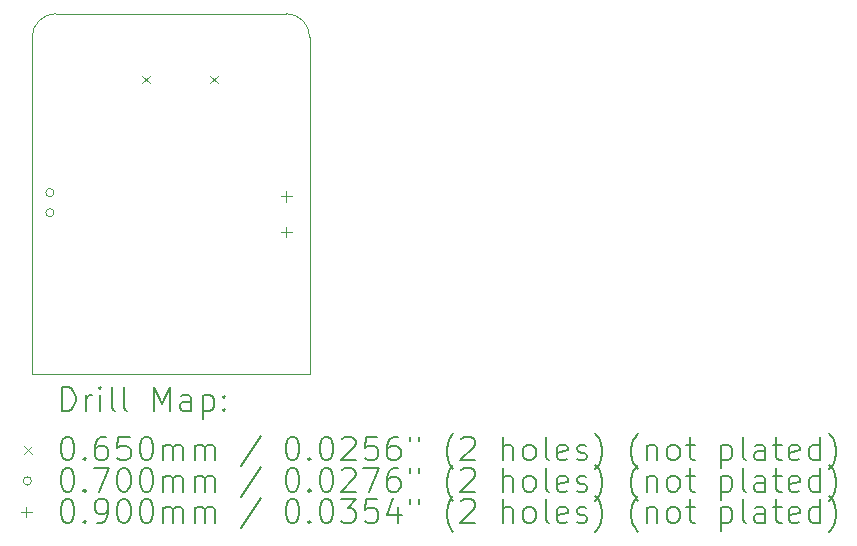
<source format=gbr>
%TF.GenerationSoftware,KiCad,Pcbnew,6.0.7+dfsg-1~bpo11+1*%
%TF.ProjectId,project,70726f6a-6563-4742-9e6b-696361645f70,rev?*%
%TF.SameCoordinates,Original*%
%TF.FileFunction,Drillmap*%
%TF.FilePolarity,Positive*%
%FSLAX45Y45*%
G04 Gerber Fmt 4.5, Leading zero omitted, Abs format (unit mm)*
%MOMM*%
%LPD*%
G01*
G04 APERTURE LIST*
%ADD10C,0.100000*%
%ADD11C,0.200000*%
%ADD12C,0.065000*%
%ADD13C,0.070000*%
%ADD14C,0.090000*%
G04 APERTURE END LIST*
D10*
X12225000Y-12647500D02*
X10115000Y-12647500D01*
X12350000Y-9800000D02*
X12350000Y-12647500D01*
X10000000Y-9800000D02*
X10000000Y-12647500D01*
X12350000Y-9800000D02*
G75*
G03*
X12150000Y-9600000I-200000J0D01*
G01*
X12225000Y-12647500D02*
X12350000Y-12647500D01*
X10200000Y-9600000D02*
X12150000Y-9600000D01*
X10115000Y-12647500D02*
X10000000Y-12647500D01*
X10200000Y-9600000D02*
G75*
G03*
X10000000Y-9800000I0J-200000D01*
G01*
D11*
D12*
X10928500Y-10125000D02*
X10993500Y-10190000D01*
X10993500Y-10125000D02*
X10928500Y-10190000D01*
X11506500Y-10125000D02*
X11571500Y-10190000D01*
X11571500Y-10125000D02*
X11506500Y-10190000D01*
D13*
X10185000Y-11115000D02*
G75*
G03*
X10185000Y-11115000I-35000J0D01*
G01*
X10185000Y-11285000D02*
G75*
G03*
X10185000Y-11285000I-35000J0D01*
G01*
D14*
X12153000Y-11102500D02*
X12153000Y-11192500D01*
X12108000Y-11147500D02*
X12198000Y-11147500D01*
X12153000Y-11402500D02*
X12153000Y-11492500D01*
X12108000Y-11447500D02*
X12198000Y-11447500D01*
D11*
X10252619Y-12962976D02*
X10252619Y-12762976D01*
X10300238Y-12762976D01*
X10328810Y-12772500D01*
X10347857Y-12791548D01*
X10357381Y-12810595D01*
X10366905Y-12848690D01*
X10366905Y-12877262D01*
X10357381Y-12915357D01*
X10347857Y-12934405D01*
X10328810Y-12953452D01*
X10300238Y-12962976D01*
X10252619Y-12962976D01*
X10452619Y-12962976D02*
X10452619Y-12829643D01*
X10452619Y-12867738D02*
X10462143Y-12848690D01*
X10471667Y-12839167D01*
X10490714Y-12829643D01*
X10509762Y-12829643D01*
X10576429Y-12962976D02*
X10576429Y-12829643D01*
X10576429Y-12762976D02*
X10566905Y-12772500D01*
X10576429Y-12782024D01*
X10585952Y-12772500D01*
X10576429Y-12762976D01*
X10576429Y-12782024D01*
X10700238Y-12962976D02*
X10681190Y-12953452D01*
X10671667Y-12934405D01*
X10671667Y-12762976D01*
X10805000Y-12962976D02*
X10785952Y-12953452D01*
X10776429Y-12934405D01*
X10776429Y-12762976D01*
X11033571Y-12962976D02*
X11033571Y-12762976D01*
X11100238Y-12905833D01*
X11166905Y-12762976D01*
X11166905Y-12962976D01*
X11347857Y-12962976D02*
X11347857Y-12858214D01*
X11338333Y-12839167D01*
X11319286Y-12829643D01*
X11281190Y-12829643D01*
X11262143Y-12839167D01*
X11347857Y-12953452D02*
X11328809Y-12962976D01*
X11281190Y-12962976D01*
X11262143Y-12953452D01*
X11252619Y-12934405D01*
X11252619Y-12915357D01*
X11262143Y-12896309D01*
X11281190Y-12886786D01*
X11328809Y-12886786D01*
X11347857Y-12877262D01*
X11443095Y-12829643D02*
X11443095Y-13029643D01*
X11443095Y-12839167D02*
X11462143Y-12829643D01*
X11500238Y-12829643D01*
X11519286Y-12839167D01*
X11528809Y-12848690D01*
X11538333Y-12867738D01*
X11538333Y-12924881D01*
X11528809Y-12943928D01*
X11519286Y-12953452D01*
X11500238Y-12962976D01*
X11462143Y-12962976D01*
X11443095Y-12953452D01*
X11624048Y-12943928D02*
X11633571Y-12953452D01*
X11624048Y-12962976D01*
X11614524Y-12953452D01*
X11624048Y-12943928D01*
X11624048Y-12962976D01*
X11624048Y-12839167D02*
X11633571Y-12848690D01*
X11624048Y-12858214D01*
X11614524Y-12848690D01*
X11624048Y-12839167D01*
X11624048Y-12858214D01*
D12*
X9930000Y-13260000D02*
X9995000Y-13325000D01*
X9995000Y-13260000D02*
X9930000Y-13325000D01*
D11*
X10290714Y-13182976D02*
X10309762Y-13182976D01*
X10328810Y-13192500D01*
X10338333Y-13202024D01*
X10347857Y-13221071D01*
X10357381Y-13259167D01*
X10357381Y-13306786D01*
X10347857Y-13344881D01*
X10338333Y-13363928D01*
X10328810Y-13373452D01*
X10309762Y-13382976D01*
X10290714Y-13382976D01*
X10271667Y-13373452D01*
X10262143Y-13363928D01*
X10252619Y-13344881D01*
X10243095Y-13306786D01*
X10243095Y-13259167D01*
X10252619Y-13221071D01*
X10262143Y-13202024D01*
X10271667Y-13192500D01*
X10290714Y-13182976D01*
X10443095Y-13363928D02*
X10452619Y-13373452D01*
X10443095Y-13382976D01*
X10433571Y-13373452D01*
X10443095Y-13363928D01*
X10443095Y-13382976D01*
X10624048Y-13182976D02*
X10585952Y-13182976D01*
X10566905Y-13192500D01*
X10557381Y-13202024D01*
X10538333Y-13230595D01*
X10528810Y-13268690D01*
X10528810Y-13344881D01*
X10538333Y-13363928D01*
X10547857Y-13373452D01*
X10566905Y-13382976D01*
X10605000Y-13382976D01*
X10624048Y-13373452D01*
X10633571Y-13363928D01*
X10643095Y-13344881D01*
X10643095Y-13297262D01*
X10633571Y-13278214D01*
X10624048Y-13268690D01*
X10605000Y-13259167D01*
X10566905Y-13259167D01*
X10547857Y-13268690D01*
X10538333Y-13278214D01*
X10528810Y-13297262D01*
X10824048Y-13182976D02*
X10728810Y-13182976D01*
X10719286Y-13278214D01*
X10728810Y-13268690D01*
X10747857Y-13259167D01*
X10795476Y-13259167D01*
X10814524Y-13268690D01*
X10824048Y-13278214D01*
X10833571Y-13297262D01*
X10833571Y-13344881D01*
X10824048Y-13363928D01*
X10814524Y-13373452D01*
X10795476Y-13382976D01*
X10747857Y-13382976D01*
X10728810Y-13373452D01*
X10719286Y-13363928D01*
X10957381Y-13182976D02*
X10976429Y-13182976D01*
X10995476Y-13192500D01*
X11005000Y-13202024D01*
X11014524Y-13221071D01*
X11024048Y-13259167D01*
X11024048Y-13306786D01*
X11014524Y-13344881D01*
X11005000Y-13363928D01*
X10995476Y-13373452D01*
X10976429Y-13382976D01*
X10957381Y-13382976D01*
X10938333Y-13373452D01*
X10928810Y-13363928D01*
X10919286Y-13344881D01*
X10909762Y-13306786D01*
X10909762Y-13259167D01*
X10919286Y-13221071D01*
X10928810Y-13202024D01*
X10938333Y-13192500D01*
X10957381Y-13182976D01*
X11109762Y-13382976D02*
X11109762Y-13249643D01*
X11109762Y-13268690D02*
X11119286Y-13259167D01*
X11138333Y-13249643D01*
X11166905Y-13249643D01*
X11185952Y-13259167D01*
X11195476Y-13278214D01*
X11195476Y-13382976D01*
X11195476Y-13278214D02*
X11205000Y-13259167D01*
X11224048Y-13249643D01*
X11252619Y-13249643D01*
X11271667Y-13259167D01*
X11281190Y-13278214D01*
X11281190Y-13382976D01*
X11376428Y-13382976D02*
X11376428Y-13249643D01*
X11376428Y-13268690D02*
X11385952Y-13259167D01*
X11405000Y-13249643D01*
X11433571Y-13249643D01*
X11452619Y-13259167D01*
X11462143Y-13278214D01*
X11462143Y-13382976D01*
X11462143Y-13278214D02*
X11471667Y-13259167D01*
X11490714Y-13249643D01*
X11519286Y-13249643D01*
X11538333Y-13259167D01*
X11547857Y-13278214D01*
X11547857Y-13382976D01*
X11938333Y-13173452D02*
X11766905Y-13430595D01*
X12195476Y-13182976D02*
X12214524Y-13182976D01*
X12233571Y-13192500D01*
X12243095Y-13202024D01*
X12252619Y-13221071D01*
X12262143Y-13259167D01*
X12262143Y-13306786D01*
X12252619Y-13344881D01*
X12243095Y-13363928D01*
X12233571Y-13373452D01*
X12214524Y-13382976D01*
X12195476Y-13382976D01*
X12176428Y-13373452D01*
X12166905Y-13363928D01*
X12157381Y-13344881D01*
X12147857Y-13306786D01*
X12147857Y-13259167D01*
X12157381Y-13221071D01*
X12166905Y-13202024D01*
X12176428Y-13192500D01*
X12195476Y-13182976D01*
X12347857Y-13363928D02*
X12357381Y-13373452D01*
X12347857Y-13382976D01*
X12338333Y-13373452D01*
X12347857Y-13363928D01*
X12347857Y-13382976D01*
X12481190Y-13182976D02*
X12500238Y-13182976D01*
X12519286Y-13192500D01*
X12528809Y-13202024D01*
X12538333Y-13221071D01*
X12547857Y-13259167D01*
X12547857Y-13306786D01*
X12538333Y-13344881D01*
X12528809Y-13363928D01*
X12519286Y-13373452D01*
X12500238Y-13382976D01*
X12481190Y-13382976D01*
X12462143Y-13373452D01*
X12452619Y-13363928D01*
X12443095Y-13344881D01*
X12433571Y-13306786D01*
X12433571Y-13259167D01*
X12443095Y-13221071D01*
X12452619Y-13202024D01*
X12462143Y-13192500D01*
X12481190Y-13182976D01*
X12624048Y-13202024D02*
X12633571Y-13192500D01*
X12652619Y-13182976D01*
X12700238Y-13182976D01*
X12719286Y-13192500D01*
X12728809Y-13202024D01*
X12738333Y-13221071D01*
X12738333Y-13240119D01*
X12728809Y-13268690D01*
X12614524Y-13382976D01*
X12738333Y-13382976D01*
X12919286Y-13182976D02*
X12824048Y-13182976D01*
X12814524Y-13278214D01*
X12824048Y-13268690D01*
X12843095Y-13259167D01*
X12890714Y-13259167D01*
X12909762Y-13268690D01*
X12919286Y-13278214D01*
X12928809Y-13297262D01*
X12928809Y-13344881D01*
X12919286Y-13363928D01*
X12909762Y-13373452D01*
X12890714Y-13382976D01*
X12843095Y-13382976D01*
X12824048Y-13373452D01*
X12814524Y-13363928D01*
X13100238Y-13182976D02*
X13062143Y-13182976D01*
X13043095Y-13192500D01*
X13033571Y-13202024D01*
X13014524Y-13230595D01*
X13005000Y-13268690D01*
X13005000Y-13344881D01*
X13014524Y-13363928D01*
X13024048Y-13373452D01*
X13043095Y-13382976D01*
X13081190Y-13382976D01*
X13100238Y-13373452D01*
X13109762Y-13363928D01*
X13119286Y-13344881D01*
X13119286Y-13297262D01*
X13109762Y-13278214D01*
X13100238Y-13268690D01*
X13081190Y-13259167D01*
X13043095Y-13259167D01*
X13024048Y-13268690D01*
X13014524Y-13278214D01*
X13005000Y-13297262D01*
X13195476Y-13182976D02*
X13195476Y-13221071D01*
X13271667Y-13182976D02*
X13271667Y-13221071D01*
X13566905Y-13459167D02*
X13557381Y-13449643D01*
X13538333Y-13421071D01*
X13528809Y-13402024D01*
X13519286Y-13373452D01*
X13509762Y-13325833D01*
X13509762Y-13287738D01*
X13519286Y-13240119D01*
X13528809Y-13211548D01*
X13538333Y-13192500D01*
X13557381Y-13163928D01*
X13566905Y-13154405D01*
X13633571Y-13202024D02*
X13643095Y-13192500D01*
X13662143Y-13182976D01*
X13709762Y-13182976D01*
X13728809Y-13192500D01*
X13738333Y-13202024D01*
X13747857Y-13221071D01*
X13747857Y-13240119D01*
X13738333Y-13268690D01*
X13624048Y-13382976D01*
X13747857Y-13382976D01*
X13985952Y-13382976D02*
X13985952Y-13182976D01*
X14071667Y-13382976D02*
X14071667Y-13278214D01*
X14062143Y-13259167D01*
X14043095Y-13249643D01*
X14014524Y-13249643D01*
X13995476Y-13259167D01*
X13985952Y-13268690D01*
X14195476Y-13382976D02*
X14176428Y-13373452D01*
X14166905Y-13363928D01*
X14157381Y-13344881D01*
X14157381Y-13287738D01*
X14166905Y-13268690D01*
X14176428Y-13259167D01*
X14195476Y-13249643D01*
X14224048Y-13249643D01*
X14243095Y-13259167D01*
X14252619Y-13268690D01*
X14262143Y-13287738D01*
X14262143Y-13344881D01*
X14252619Y-13363928D01*
X14243095Y-13373452D01*
X14224048Y-13382976D01*
X14195476Y-13382976D01*
X14376428Y-13382976D02*
X14357381Y-13373452D01*
X14347857Y-13354405D01*
X14347857Y-13182976D01*
X14528809Y-13373452D02*
X14509762Y-13382976D01*
X14471667Y-13382976D01*
X14452619Y-13373452D01*
X14443095Y-13354405D01*
X14443095Y-13278214D01*
X14452619Y-13259167D01*
X14471667Y-13249643D01*
X14509762Y-13249643D01*
X14528809Y-13259167D01*
X14538333Y-13278214D01*
X14538333Y-13297262D01*
X14443095Y-13316309D01*
X14614524Y-13373452D02*
X14633571Y-13382976D01*
X14671667Y-13382976D01*
X14690714Y-13373452D01*
X14700238Y-13354405D01*
X14700238Y-13344881D01*
X14690714Y-13325833D01*
X14671667Y-13316309D01*
X14643095Y-13316309D01*
X14624048Y-13306786D01*
X14614524Y-13287738D01*
X14614524Y-13278214D01*
X14624048Y-13259167D01*
X14643095Y-13249643D01*
X14671667Y-13249643D01*
X14690714Y-13259167D01*
X14766905Y-13459167D02*
X14776428Y-13449643D01*
X14795476Y-13421071D01*
X14805000Y-13402024D01*
X14814524Y-13373452D01*
X14824048Y-13325833D01*
X14824048Y-13287738D01*
X14814524Y-13240119D01*
X14805000Y-13211548D01*
X14795476Y-13192500D01*
X14776428Y-13163928D01*
X14766905Y-13154405D01*
X15128809Y-13459167D02*
X15119286Y-13449643D01*
X15100238Y-13421071D01*
X15090714Y-13402024D01*
X15081190Y-13373452D01*
X15071667Y-13325833D01*
X15071667Y-13287738D01*
X15081190Y-13240119D01*
X15090714Y-13211548D01*
X15100238Y-13192500D01*
X15119286Y-13163928D01*
X15128809Y-13154405D01*
X15205000Y-13249643D02*
X15205000Y-13382976D01*
X15205000Y-13268690D02*
X15214524Y-13259167D01*
X15233571Y-13249643D01*
X15262143Y-13249643D01*
X15281190Y-13259167D01*
X15290714Y-13278214D01*
X15290714Y-13382976D01*
X15414524Y-13382976D02*
X15395476Y-13373452D01*
X15385952Y-13363928D01*
X15376428Y-13344881D01*
X15376428Y-13287738D01*
X15385952Y-13268690D01*
X15395476Y-13259167D01*
X15414524Y-13249643D01*
X15443095Y-13249643D01*
X15462143Y-13259167D01*
X15471667Y-13268690D01*
X15481190Y-13287738D01*
X15481190Y-13344881D01*
X15471667Y-13363928D01*
X15462143Y-13373452D01*
X15443095Y-13382976D01*
X15414524Y-13382976D01*
X15538333Y-13249643D02*
X15614524Y-13249643D01*
X15566905Y-13182976D02*
X15566905Y-13354405D01*
X15576428Y-13373452D01*
X15595476Y-13382976D01*
X15614524Y-13382976D01*
X15833571Y-13249643D02*
X15833571Y-13449643D01*
X15833571Y-13259167D02*
X15852619Y-13249643D01*
X15890714Y-13249643D01*
X15909762Y-13259167D01*
X15919286Y-13268690D01*
X15928809Y-13287738D01*
X15928809Y-13344881D01*
X15919286Y-13363928D01*
X15909762Y-13373452D01*
X15890714Y-13382976D01*
X15852619Y-13382976D01*
X15833571Y-13373452D01*
X16043095Y-13382976D02*
X16024048Y-13373452D01*
X16014524Y-13354405D01*
X16014524Y-13182976D01*
X16205000Y-13382976D02*
X16205000Y-13278214D01*
X16195476Y-13259167D01*
X16176428Y-13249643D01*
X16138333Y-13249643D01*
X16119286Y-13259167D01*
X16205000Y-13373452D02*
X16185952Y-13382976D01*
X16138333Y-13382976D01*
X16119286Y-13373452D01*
X16109762Y-13354405D01*
X16109762Y-13335357D01*
X16119286Y-13316309D01*
X16138333Y-13306786D01*
X16185952Y-13306786D01*
X16205000Y-13297262D01*
X16271667Y-13249643D02*
X16347857Y-13249643D01*
X16300238Y-13182976D02*
X16300238Y-13354405D01*
X16309762Y-13373452D01*
X16328809Y-13382976D01*
X16347857Y-13382976D01*
X16490714Y-13373452D02*
X16471667Y-13382976D01*
X16433571Y-13382976D01*
X16414524Y-13373452D01*
X16405000Y-13354405D01*
X16405000Y-13278214D01*
X16414524Y-13259167D01*
X16433571Y-13249643D01*
X16471667Y-13249643D01*
X16490714Y-13259167D01*
X16500238Y-13278214D01*
X16500238Y-13297262D01*
X16405000Y-13316309D01*
X16671667Y-13382976D02*
X16671667Y-13182976D01*
X16671667Y-13373452D02*
X16652619Y-13382976D01*
X16614524Y-13382976D01*
X16595476Y-13373452D01*
X16585952Y-13363928D01*
X16576428Y-13344881D01*
X16576428Y-13287738D01*
X16585952Y-13268690D01*
X16595476Y-13259167D01*
X16614524Y-13249643D01*
X16652619Y-13249643D01*
X16671667Y-13259167D01*
X16747857Y-13459167D02*
X16757381Y-13449643D01*
X16776428Y-13421071D01*
X16785952Y-13402024D01*
X16795476Y-13373452D01*
X16805000Y-13325833D01*
X16805000Y-13287738D01*
X16795476Y-13240119D01*
X16785952Y-13211548D01*
X16776428Y-13192500D01*
X16757381Y-13163928D01*
X16747857Y-13154405D01*
D13*
X9995000Y-13556500D02*
G75*
G03*
X9995000Y-13556500I-35000J0D01*
G01*
D11*
X10290714Y-13446976D02*
X10309762Y-13446976D01*
X10328810Y-13456500D01*
X10338333Y-13466024D01*
X10347857Y-13485071D01*
X10357381Y-13523167D01*
X10357381Y-13570786D01*
X10347857Y-13608881D01*
X10338333Y-13627928D01*
X10328810Y-13637452D01*
X10309762Y-13646976D01*
X10290714Y-13646976D01*
X10271667Y-13637452D01*
X10262143Y-13627928D01*
X10252619Y-13608881D01*
X10243095Y-13570786D01*
X10243095Y-13523167D01*
X10252619Y-13485071D01*
X10262143Y-13466024D01*
X10271667Y-13456500D01*
X10290714Y-13446976D01*
X10443095Y-13627928D02*
X10452619Y-13637452D01*
X10443095Y-13646976D01*
X10433571Y-13637452D01*
X10443095Y-13627928D01*
X10443095Y-13646976D01*
X10519286Y-13446976D02*
X10652619Y-13446976D01*
X10566905Y-13646976D01*
X10766905Y-13446976D02*
X10785952Y-13446976D01*
X10805000Y-13456500D01*
X10814524Y-13466024D01*
X10824048Y-13485071D01*
X10833571Y-13523167D01*
X10833571Y-13570786D01*
X10824048Y-13608881D01*
X10814524Y-13627928D01*
X10805000Y-13637452D01*
X10785952Y-13646976D01*
X10766905Y-13646976D01*
X10747857Y-13637452D01*
X10738333Y-13627928D01*
X10728810Y-13608881D01*
X10719286Y-13570786D01*
X10719286Y-13523167D01*
X10728810Y-13485071D01*
X10738333Y-13466024D01*
X10747857Y-13456500D01*
X10766905Y-13446976D01*
X10957381Y-13446976D02*
X10976429Y-13446976D01*
X10995476Y-13456500D01*
X11005000Y-13466024D01*
X11014524Y-13485071D01*
X11024048Y-13523167D01*
X11024048Y-13570786D01*
X11014524Y-13608881D01*
X11005000Y-13627928D01*
X10995476Y-13637452D01*
X10976429Y-13646976D01*
X10957381Y-13646976D01*
X10938333Y-13637452D01*
X10928810Y-13627928D01*
X10919286Y-13608881D01*
X10909762Y-13570786D01*
X10909762Y-13523167D01*
X10919286Y-13485071D01*
X10928810Y-13466024D01*
X10938333Y-13456500D01*
X10957381Y-13446976D01*
X11109762Y-13646976D02*
X11109762Y-13513643D01*
X11109762Y-13532690D02*
X11119286Y-13523167D01*
X11138333Y-13513643D01*
X11166905Y-13513643D01*
X11185952Y-13523167D01*
X11195476Y-13542214D01*
X11195476Y-13646976D01*
X11195476Y-13542214D02*
X11205000Y-13523167D01*
X11224048Y-13513643D01*
X11252619Y-13513643D01*
X11271667Y-13523167D01*
X11281190Y-13542214D01*
X11281190Y-13646976D01*
X11376428Y-13646976D02*
X11376428Y-13513643D01*
X11376428Y-13532690D02*
X11385952Y-13523167D01*
X11405000Y-13513643D01*
X11433571Y-13513643D01*
X11452619Y-13523167D01*
X11462143Y-13542214D01*
X11462143Y-13646976D01*
X11462143Y-13542214D02*
X11471667Y-13523167D01*
X11490714Y-13513643D01*
X11519286Y-13513643D01*
X11538333Y-13523167D01*
X11547857Y-13542214D01*
X11547857Y-13646976D01*
X11938333Y-13437452D02*
X11766905Y-13694595D01*
X12195476Y-13446976D02*
X12214524Y-13446976D01*
X12233571Y-13456500D01*
X12243095Y-13466024D01*
X12252619Y-13485071D01*
X12262143Y-13523167D01*
X12262143Y-13570786D01*
X12252619Y-13608881D01*
X12243095Y-13627928D01*
X12233571Y-13637452D01*
X12214524Y-13646976D01*
X12195476Y-13646976D01*
X12176428Y-13637452D01*
X12166905Y-13627928D01*
X12157381Y-13608881D01*
X12147857Y-13570786D01*
X12147857Y-13523167D01*
X12157381Y-13485071D01*
X12166905Y-13466024D01*
X12176428Y-13456500D01*
X12195476Y-13446976D01*
X12347857Y-13627928D02*
X12357381Y-13637452D01*
X12347857Y-13646976D01*
X12338333Y-13637452D01*
X12347857Y-13627928D01*
X12347857Y-13646976D01*
X12481190Y-13446976D02*
X12500238Y-13446976D01*
X12519286Y-13456500D01*
X12528809Y-13466024D01*
X12538333Y-13485071D01*
X12547857Y-13523167D01*
X12547857Y-13570786D01*
X12538333Y-13608881D01*
X12528809Y-13627928D01*
X12519286Y-13637452D01*
X12500238Y-13646976D01*
X12481190Y-13646976D01*
X12462143Y-13637452D01*
X12452619Y-13627928D01*
X12443095Y-13608881D01*
X12433571Y-13570786D01*
X12433571Y-13523167D01*
X12443095Y-13485071D01*
X12452619Y-13466024D01*
X12462143Y-13456500D01*
X12481190Y-13446976D01*
X12624048Y-13466024D02*
X12633571Y-13456500D01*
X12652619Y-13446976D01*
X12700238Y-13446976D01*
X12719286Y-13456500D01*
X12728809Y-13466024D01*
X12738333Y-13485071D01*
X12738333Y-13504119D01*
X12728809Y-13532690D01*
X12614524Y-13646976D01*
X12738333Y-13646976D01*
X12805000Y-13446976D02*
X12938333Y-13446976D01*
X12852619Y-13646976D01*
X13100238Y-13446976D02*
X13062143Y-13446976D01*
X13043095Y-13456500D01*
X13033571Y-13466024D01*
X13014524Y-13494595D01*
X13005000Y-13532690D01*
X13005000Y-13608881D01*
X13014524Y-13627928D01*
X13024048Y-13637452D01*
X13043095Y-13646976D01*
X13081190Y-13646976D01*
X13100238Y-13637452D01*
X13109762Y-13627928D01*
X13119286Y-13608881D01*
X13119286Y-13561262D01*
X13109762Y-13542214D01*
X13100238Y-13532690D01*
X13081190Y-13523167D01*
X13043095Y-13523167D01*
X13024048Y-13532690D01*
X13014524Y-13542214D01*
X13005000Y-13561262D01*
X13195476Y-13446976D02*
X13195476Y-13485071D01*
X13271667Y-13446976D02*
X13271667Y-13485071D01*
X13566905Y-13723167D02*
X13557381Y-13713643D01*
X13538333Y-13685071D01*
X13528809Y-13666024D01*
X13519286Y-13637452D01*
X13509762Y-13589833D01*
X13509762Y-13551738D01*
X13519286Y-13504119D01*
X13528809Y-13475548D01*
X13538333Y-13456500D01*
X13557381Y-13427928D01*
X13566905Y-13418405D01*
X13633571Y-13466024D02*
X13643095Y-13456500D01*
X13662143Y-13446976D01*
X13709762Y-13446976D01*
X13728809Y-13456500D01*
X13738333Y-13466024D01*
X13747857Y-13485071D01*
X13747857Y-13504119D01*
X13738333Y-13532690D01*
X13624048Y-13646976D01*
X13747857Y-13646976D01*
X13985952Y-13646976D02*
X13985952Y-13446976D01*
X14071667Y-13646976D02*
X14071667Y-13542214D01*
X14062143Y-13523167D01*
X14043095Y-13513643D01*
X14014524Y-13513643D01*
X13995476Y-13523167D01*
X13985952Y-13532690D01*
X14195476Y-13646976D02*
X14176428Y-13637452D01*
X14166905Y-13627928D01*
X14157381Y-13608881D01*
X14157381Y-13551738D01*
X14166905Y-13532690D01*
X14176428Y-13523167D01*
X14195476Y-13513643D01*
X14224048Y-13513643D01*
X14243095Y-13523167D01*
X14252619Y-13532690D01*
X14262143Y-13551738D01*
X14262143Y-13608881D01*
X14252619Y-13627928D01*
X14243095Y-13637452D01*
X14224048Y-13646976D01*
X14195476Y-13646976D01*
X14376428Y-13646976D02*
X14357381Y-13637452D01*
X14347857Y-13618405D01*
X14347857Y-13446976D01*
X14528809Y-13637452D02*
X14509762Y-13646976D01*
X14471667Y-13646976D01*
X14452619Y-13637452D01*
X14443095Y-13618405D01*
X14443095Y-13542214D01*
X14452619Y-13523167D01*
X14471667Y-13513643D01*
X14509762Y-13513643D01*
X14528809Y-13523167D01*
X14538333Y-13542214D01*
X14538333Y-13561262D01*
X14443095Y-13580309D01*
X14614524Y-13637452D02*
X14633571Y-13646976D01*
X14671667Y-13646976D01*
X14690714Y-13637452D01*
X14700238Y-13618405D01*
X14700238Y-13608881D01*
X14690714Y-13589833D01*
X14671667Y-13580309D01*
X14643095Y-13580309D01*
X14624048Y-13570786D01*
X14614524Y-13551738D01*
X14614524Y-13542214D01*
X14624048Y-13523167D01*
X14643095Y-13513643D01*
X14671667Y-13513643D01*
X14690714Y-13523167D01*
X14766905Y-13723167D02*
X14776428Y-13713643D01*
X14795476Y-13685071D01*
X14805000Y-13666024D01*
X14814524Y-13637452D01*
X14824048Y-13589833D01*
X14824048Y-13551738D01*
X14814524Y-13504119D01*
X14805000Y-13475548D01*
X14795476Y-13456500D01*
X14776428Y-13427928D01*
X14766905Y-13418405D01*
X15128809Y-13723167D02*
X15119286Y-13713643D01*
X15100238Y-13685071D01*
X15090714Y-13666024D01*
X15081190Y-13637452D01*
X15071667Y-13589833D01*
X15071667Y-13551738D01*
X15081190Y-13504119D01*
X15090714Y-13475548D01*
X15100238Y-13456500D01*
X15119286Y-13427928D01*
X15128809Y-13418405D01*
X15205000Y-13513643D02*
X15205000Y-13646976D01*
X15205000Y-13532690D02*
X15214524Y-13523167D01*
X15233571Y-13513643D01*
X15262143Y-13513643D01*
X15281190Y-13523167D01*
X15290714Y-13542214D01*
X15290714Y-13646976D01*
X15414524Y-13646976D02*
X15395476Y-13637452D01*
X15385952Y-13627928D01*
X15376428Y-13608881D01*
X15376428Y-13551738D01*
X15385952Y-13532690D01*
X15395476Y-13523167D01*
X15414524Y-13513643D01*
X15443095Y-13513643D01*
X15462143Y-13523167D01*
X15471667Y-13532690D01*
X15481190Y-13551738D01*
X15481190Y-13608881D01*
X15471667Y-13627928D01*
X15462143Y-13637452D01*
X15443095Y-13646976D01*
X15414524Y-13646976D01*
X15538333Y-13513643D02*
X15614524Y-13513643D01*
X15566905Y-13446976D02*
X15566905Y-13618405D01*
X15576428Y-13637452D01*
X15595476Y-13646976D01*
X15614524Y-13646976D01*
X15833571Y-13513643D02*
X15833571Y-13713643D01*
X15833571Y-13523167D02*
X15852619Y-13513643D01*
X15890714Y-13513643D01*
X15909762Y-13523167D01*
X15919286Y-13532690D01*
X15928809Y-13551738D01*
X15928809Y-13608881D01*
X15919286Y-13627928D01*
X15909762Y-13637452D01*
X15890714Y-13646976D01*
X15852619Y-13646976D01*
X15833571Y-13637452D01*
X16043095Y-13646976D02*
X16024048Y-13637452D01*
X16014524Y-13618405D01*
X16014524Y-13446976D01*
X16205000Y-13646976D02*
X16205000Y-13542214D01*
X16195476Y-13523167D01*
X16176428Y-13513643D01*
X16138333Y-13513643D01*
X16119286Y-13523167D01*
X16205000Y-13637452D02*
X16185952Y-13646976D01*
X16138333Y-13646976D01*
X16119286Y-13637452D01*
X16109762Y-13618405D01*
X16109762Y-13599357D01*
X16119286Y-13580309D01*
X16138333Y-13570786D01*
X16185952Y-13570786D01*
X16205000Y-13561262D01*
X16271667Y-13513643D02*
X16347857Y-13513643D01*
X16300238Y-13446976D02*
X16300238Y-13618405D01*
X16309762Y-13637452D01*
X16328809Y-13646976D01*
X16347857Y-13646976D01*
X16490714Y-13637452D02*
X16471667Y-13646976D01*
X16433571Y-13646976D01*
X16414524Y-13637452D01*
X16405000Y-13618405D01*
X16405000Y-13542214D01*
X16414524Y-13523167D01*
X16433571Y-13513643D01*
X16471667Y-13513643D01*
X16490714Y-13523167D01*
X16500238Y-13542214D01*
X16500238Y-13561262D01*
X16405000Y-13580309D01*
X16671667Y-13646976D02*
X16671667Y-13446976D01*
X16671667Y-13637452D02*
X16652619Y-13646976D01*
X16614524Y-13646976D01*
X16595476Y-13637452D01*
X16585952Y-13627928D01*
X16576428Y-13608881D01*
X16576428Y-13551738D01*
X16585952Y-13532690D01*
X16595476Y-13523167D01*
X16614524Y-13513643D01*
X16652619Y-13513643D01*
X16671667Y-13523167D01*
X16747857Y-13723167D02*
X16757381Y-13713643D01*
X16776428Y-13685071D01*
X16785952Y-13666024D01*
X16795476Y-13637452D01*
X16805000Y-13589833D01*
X16805000Y-13551738D01*
X16795476Y-13504119D01*
X16785952Y-13475548D01*
X16776428Y-13456500D01*
X16757381Y-13427928D01*
X16747857Y-13418405D01*
D14*
X9950000Y-13775500D02*
X9950000Y-13865500D01*
X9905000Y-13820500D02*
X9995000Y-13820500D01*
D11*
X10290714Y-13710976D02*
X10309762Y-13710976D01*
X10328810Y-13720500D01*
X10338333Y-13730024D01*
X10347857Y-13749071D01*
X10357381Y-13787167D01*
X10357381Y-13834786D01*
X10347857Y-13872881D01*
X10338333Y-13891928D01*
X10328810Y-13901452D01*
X10309762Y-13910976D01*
X10290714Y-13910976D01*
X10271667Y-13901452D01*
X10262143Y-13891928D01*
X10252619Y-13872881D01*
X10243095Y-13834786D01*
X10243095Y-13787167D01*
X10252619Y-13749071D01*
X10262143Y-13730024D01*
X10271667Y-13720500D01*
X10290714Y-13710976D01*
X10443095Y-13891928D02*
X10452619Y-13901452D01*
X10443095Y-13910976D01*
X10433571Y-13901452D01*
X10443095Y-13891928D01*
X10443095Y-13910976D01*
X10547857Y-13910976D02*
X10585952Y-13910976D01*
X10605000Y-13901452D01*
X10614524Y-13891928D01*
X10633571Y-13863357D01*
X10643095Y-13825262D01*
X10643095Y-13749071D01*
X10633571Y-13730024D01*
X10624048Y-13720500D01*
X10605000Y-13710976D01*
X10566905Y-13710976D01*
X10547857Y-13720500D01*
X10538333Y-13730024D01*
X10528810Y-13749071D01*
X10528810Y-13796690D01*
X10538333Y-13815738D01*
X10547857Y-13825262D01*
X10566905Y-13834786D01*
X10605000Y-13834786D01*
X10624048Y-13825262D01*
X10633571Y-13815738D01*
X10643095Y-13796690D01*
X10766905Y-13710976D02*
X10785952Y-13710976D01*
X10805000Y-13720500D01*
X10814524Y-13730024D01*
X10824048Y-13749071D01*
X10833571Y-13787167D01*
X10833571Y-13834786D01*
X10824048Y-13872881D01*
X10814524Y-13891928D01*
X10805000Y-13901452D01*
X10785952Y-13910976D01*
X10766905Y-13910976D01*
X10747857Y-13901452D01*
X10738333Y-13891928D01*
X10728810Y-13872881D01*
X10719286Y-13834786D01*
X10719286Y-13787167D01*
X10728810Y-13749071D01*
X10738333Y-13730024D01*
X10747857Y-13720500D01*
X10766905Y-13710976D01*
X10957381Y-13710976D02*
X10976429Y-13710976D01*
X10995476Y-13720500D01*
X11005000Y-13730024D01*
X11014524Y-13749071D01*
X11024048Y-13787167D01*
X11024048Y-13834786D01*
X11014524Y-13872881D01*
X11005000Y-13891928D01*
X10995476Y-13901452D01*
X10976429Y-13910976D01*
X10957381Y-13910976D01*
X10938333Y-13901452D01*
X10928810Y-13891928D01*
X10919286Y-13872881D01*
X10909762Y-13834786D01*
X10909762Y-13787167D01*
X10919286Y-13749071D01*
X10928810Y-13730024D01*
X10938333Y-13720500D01*
X10957381Y-13710976D01*
X11109762Y-13910976D02*
X11109762Y-13777643D01*
X11109762Y-13796690D02*
X11119286Y-13787167D01*
X11138333Y-13777643D01*
X11166905Y-13777643D01*
X11185952Y-13787167D01*
X11195476Y-13806214D01*
X11195476Y-13910976D01*
X11195476Y-13806214D02*
X11205000Y-13787167D01*
X11224048Y-13777643D01*
X11252619Y-13777643D01*
X11271667Y-13787167D01*
X11281190Y-13806214D01*
X11281190Y-13910976D01*
X11376428Y-13910976D02*
X11376428Y-13777643D01*
X11376428Y-13796690D02*
X11385952Y-13787167D01*
X11405000Y-13777643D01*
X11433571Y-13777643D01*
X11452619Y-13787167D01*
X11462143Y-13806214D01*
X11462143Y-13910976D01*
X11462143Y-13806214D02*
X11471667Y-13787167D01*
X11490714Y-13777643D01*
X11519286Y-13777643D01*
X11538333Y-13787167D01*
X11547857Y-13806214D01*
X11547857Y-13910976D01*
X11938333Y-13701452D02*
X11766905Y-13958595D01*
X12195476Y-13710976D02*
X12214524Y-13710976D01*
X12233571Y-13720500D01*
X12243095Y-13730024D01*
X12252619Y-13749071D01*
X12262143Y-13787167D01*
X12262143Y-13834786D01*
X12252619Y-13872881D01*
X12243095Y-13891928D01*
X12233571Y-13901452D01*
X12214524Y-13910976D01*
X12195476Y-13910976D01*
X12176428Y-13901452D01*
X12166905Y-13891928D01*
X12157381Y-13872881D01*
X12147857Y-13834786D01*
X12147857Y-13787167D01*
X12157381Y-13749071D01*
X12166905Y-13730024D01*
X12176428Y-13720500D01*
X12195476Y-13710976D01*
X12347857Y-13891928D02*
X12357381Y-13901452D01*
X12347857Y-13910976D01*
X12338333Y-13901452D01*
X12347857Y-13891928D01*
X12347857Y-13910976D01*
X12481190Y-13710976D02*
X12500238Y-13710976D01*
X12519286Y-13720500D01*
X12528809Y-13730024D01*
X12538333Y-13749071D01*
X12547857Y-13787167D01*
X12547857Y-13834786D01*
X12538333Y-13872881D01*
X12528809Y-13891928D01*
X12519286Y-13901452D01*
X12500238Y-13910976D01*
X12481190Y-13910976D01*
X12462143Y-13901452D01*
X12452619Y-13891928D01*
X12443095Y-13872881D01*
X12433571Y-13834786D01*
X12433571Y-13787167D01*
X12443095Y-13749071D01*
X12452619Y-13730024D01*
X12462143Y-13720500D01*
X12481190Y-13710976D01*
X12614524Y-13710976D02*
X12738333Y-13710976D01*
X12671667Y-13787167D01*
X12700238Y-13787167D01*
X12719286Y-13796690D01*
X12728809Y-13806214D01*
X12738333Y-13825262D01*
X12738333Y-13872881D01*
X12728809Y-13891928D01*
X12719286Y-13901452D01*
X12700238Y-13910976D01*
X12643095Y-13910976D01*
X12624048Y-13901452D01*
X12614524Y-13891928D01*
X12919286Y-13710976D02*
X12824048Y-13710976D01*
X12814524Y-13806214D01*
X12824048Y-13796690D01*
X12843095Y-13787167D01*
X12890714Y-13787167D01*
X12909762Y-13796690D01*
X12919286Y-13806214D01*
X12928809Y-13825262D01*
X12928809Y-13872881D01*
X12919286Y-13891928D01*
X12909762Y-13901452D01*
X12890714Y-13910976D01*
X12843095Y-13910976D01*
X12824048Y-13901452D01*
X12814524Y-13891928D01*
X13100238Y-13777643D02*
X13100238Y-13910976D01*
X13052619Y-13701452D02*
X13005000Y-13844309D01*
X13128809Y-13844309D01*
X13195476Y-13710976D02*
X13195476Y-13749071D01*
X13271667Y-13710976D02*
X13271667Y-13749071D01*
X13566905Y-13987167D02*
X13557381Y-13977643D01*
X13538333Y-13949071D01*
X13528809Y-13930024D01*
X13519286Y-13901452D01*
X13509762Y-13853833D01*
X13509762Y-13815738D01*
X13519286Y-13768119D01*
X13528809Y-13739548D01*
X13538333Y-13720500D01*
X13557381Y-13691928D01*
X13566905Y-13682405D01*
X13633571Y-13730024D02*
X13643095Y-13720500D01*
X13662143Y-13710976D01*
X13709762Y-13710976D01*
X13728809Y-13720500D01*
X13738333Y-13730024D01*
X13747857Y-13749071D01*
X13747857Y-13768119D01*
X13738333Y-13796690D01*
X13624048Y-13910976D01*
X13747857Y-13910976D01*
X13985952Y-13910976D02*
X13985952Y-13710976D01*
X14071667Y-13910976D02*
X14071667Y-13806214D01*
X14062143Y-13787167D01*
X14043095Y-13777643D01*
X14014524Y-13777643D01*
X13995476Y-13787167D01*
X13985952Y-13796690D01*
X14195476Y-13910976D02*
X14176428Y-13901452D01*
X14166905Y-13891928D01*
X14157381Y-13872881D01*
X14157381Y-13815738D01*
X14166905Y-13796690D01*
X14176428Y-13787167D01*
X14195476Y-13777643D01*
X14224048Y-13777643D01*
X14243095Y-13787167D01*
X14252619Y-13796690D01*
X14262143Y-13815738D01*
X14262143Y-13872881D01*
X14252619Y-13891928D01*
X14243095Y-13901452D01*
X14224048Y-13910976D01*
X14195476Y-13910976D01*
X14376428Y-13910976D02*
X14357381Y-13901452D01*
X14347857Y-13882405D01*
X14347857Y-13710976D01*
X14528809Y-13901452D02*
X14509762Y-13910976D01*
X14471667Y-13910976D01*
X14452619Y-13901452D01*
X14443095Y-13882405D01*
X14443095Y-13806214D01*
X14452619Y-13787167D01*
X14471667Y-13777643D01*
X14509762Y-13777643D01*
X14528809Y-13787167D01*
X14538333Y-13806214D01*
X14538333Y-13825262D01*
X14443095Y-13844309D01*
X14614524Y-13901452D02*
X14633571Y-13910976D01*
X14671667Y-13910976D01*
X14690714Y-13901452D01*
X14700238Y-13882405D01*
X14700238Y-13872881D01*
X14690714Y-13853833D01*
X14671667Y-13844309D01*
X14643095Y-13844309D01*
X14624048Y-13834786D01*
X14614524Y-13815738D01*
X14614524Y-13806214D01*
X14624048Y-13787167D01*
X14643095Y-13777643D01*
X14671667Y-13777643D01*
X14690714Y-13787167D01*
X14766905Y-13987167D02*
X14776428Y-13977643D01*
X14795476Y-13949071D01*
X14805000Y-13930024D01*
X14814524Y-13901452D01*
X14824048Y-13853833D01*
X14824048Y-13815738D01*
X14814524Y-13768119D01*
X14805000Y-13739548D01*
X14795476Y-13720500D01*
X14776428Y-13691928D01*
X14766905Y-13682405D01*
X15128809Y-13987167D02*
X15119286Y-13977643D01*
X15100238Y-13949071D01*
X15090714Y-13930024D01*
X15081190Y-13901452D01*
X15071667Y-13853833D01*
X15071667Y-13815738D01*
X15081190Y-13768119D01*
X15090714Y-13739548D01*
X15100238Y-13720500D01*
X15119286Y-13691928D01*
X15128809Y-13682405D01*
X15205000Y-13777643D02*
X15205000Y-13910976D01*
X15205000Y-13796690D02*
X15214524Y-13787167D01*
X15233571Y-13777643D01*
X15262143Y-13777643D01*
X15281190Y-13787167D01*
X15290714Y-13806214D01*
X15290714Y-13910976D01*
X15414524Y-13910976D02*
X15395476Y-13901452D01*
X15385952Y-13891928D01*
X15376428Y-13872881D01*
X15376428Y-13815738D01*
X15385952Y-13796690D01*
X15395476Y-13787167D01*
X15414524Y-13777643D01*
X15443095Y-13777643D01*
X15462143Y-13787167D01*
X15471667Y-13796690D01*
X15481190Y-13815738D01*
X15481190Y-13872881D01*
X15471667Y-13891928D01*
X15462143Y-13901452D01*
X15443095Y-13910976D01*
X15414524Y-13910976D01*
X15538333Y-13777643D02*
X15614524Y-13777643D01*
X15566905Y-13710976D02*
X15566905Y-13882405D01*
X15576428Y-13901452D01*
X15595476Y-13910976D01*
X15614524Y-13910976D01*
X15833571Y-13777643D02*
X15833571Y-13977643D01*
X15833571Y-13787167D02*
X15852619Y-13777643D01*
X15890714Y-13777643D01*
X15909762Y-13787167D01*
X15919286Y-13796690D01*
X15928809Y-13815738D01*
X15928809Y-13872881D01*
X15919286Y-13891928D01*
X15909762Y-13901452D01*
X15890714Y-13910976D01*
X15852619Y-13910976D01*
X15833571Y-13901452D01*
X16043095Y-13910976D02*
X16024048Y-13901452D01*
X16014524Y-13882405D01*
X16014524Y-13710976D01*
X16205000Y-13910976D02*
X16205000Y-13806214D01*
X16195476Y-13787167D01*
X16176428Y-13777643D01*
X16138333Y-13777643D01*
X16119286Y-13787167D01*
X16205000Y-13901452D02*
X16185952Y-13910976D01*
X16138333Y-13910976D01*
X16119286Y-13901452D01*
X16109762Y-13882405D01*
X16109762Y-13863357D01*
X16119286Y-13844309D01*
X16138333Y-13834786D01*
X16185952Y-13834786D01*
X16205000Y-13825262D01*
X16271667Y-13777643D02*
X16347857Y-13777643D01*
X16300238Y-13710976D02*
X16300238Y-13882405D01*
X16309762Y-13901452D01*
X16328809Y-13910976D01*
X16347857Y-13910976D01*
X16490714Y-13901452D02*
X16471667Y-13910976D01*
X16433571Y-13910976D01*
X16414524Y-13901452D01*
X16405000Y-13882405D01*
X16405000Y-13806214D01*
X16414524Y-13787167D01*
X16433571Y-13777643D01*
X16471667Y-13777643D01*
X16490714Y-13787167D01*
X16500238Y-13806214D01*
X16500238Y-13825262D01*
X16405000Y-13844309D01*
X16671667Y-13910976D02*
X16671667Y-13710976D01*
X16671667Y-13901452D02*
X16652619Y-13910976D01*
X16614524Y-13910976D01*
X16595476Y-13901452D01*
X16585952Y-13891928D01*
X16576428Y-13872881D01*
X16576428Y-13815738D01*
X16585952Y-13796690D01*
X16595476Y-13787167D01*
X16614524Y-13777643D01*
X16652619Y-13777643D01*
X16671667Y-13787167D01*
X16747857Y-13987167D02*
X16757381Y-13977643D01*
X16776428Y-13949071D01*
X16785952Y-13930024D01*
X16795476Y-13901452D01*
X16805000Y-13853833D01*
X16805000Y-13815738D01*
X16795476Y-13768119D01*
X16785952Y-13739548D01*
X16776428Y-13720500D01*
X16757381Y-13691928D01*
X16747857Y-13682405D01*
M02*

</source>
